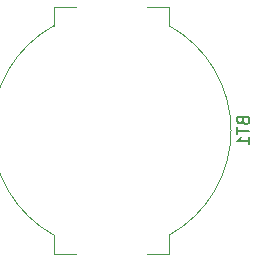
<source format=gbr>
G04 #@! TF.GenerationSoftware,KiCad,Pcbnew,(5.0.1-3-g963ef8bb5)*
G04 #@! TF.CreationDate,2019-06-08T22:51:48-04:00*
G04 #@! TF.ProjectId,EFCv2,45464376322E6B696361645F70636200,rev?*
G04 #@! TF.SameCoordinates,Original*
G04 #@! TF.FileFunction,Legend,Bot*
G04 #@! TF.FilePolarity,Positive*
%FSLAX46Y46*%
G04 Gerber Fmt 4.6, Leading zero omitted, Abs format (unit mm)*
G04 Created by KiCad (PCBNEW (5.0.1-3-g963ef8bb5)) date Saturday, June 08, 2019 at 10:51:48 pm*
%MOMM*%
%LPD*%
G01*
G04 APERTURE LIST*
%ADD10C,0.120000*%
%ADD11C,0.150000*%
G04 APERTURE END LIST*
D10*
G04 #@! TO.C,BT1*
X73465000Y-101148000D02*
X73465000Y-99540910D01*
X71580000Y-101148000D02*
X73465000Y-101148000D01*
X71580000Y-80208000D02*
X73465000Y-80208000D01*
X65580000Y-101148000D02*
X63695000Y-101148000D01*
X65580000Y-80208000D02*
X63695000Y-80208000D01*
X73465000Y-80208000D02*
X73465000Y-81815090D01*
X63695000Y-101148000D02*
X63695000Y-99540910D01*
X63695000Y-80208000D02*
X63695000Y-81815090D01*
X73465000Y-99540910D02*
G75*
G03X73465000Y-81815090I-4885000J8862910D01*
G01*
X63698832Y-81812979D02*
G75*
G03X63695000Y-99540910I4881168J-8865021D01*
G01*
D11*
X79708571Y-89892285D02*
X79756190Y-90035142D01*
X79803809Y-90082761D01*
X79899047Y-90130380D01*
X80041904Y-90130380D01*
X80137142Y-90082761D01*
X80184761Y-90035142D01*
X80232380Y-89939904D01*
X80232380Y-89558952D01*
X79232380Y-89558952D01*
X79232380Y-89892285D01*
X79280000Y-89987523D01*
X79327619Y-90035142D01*
X79422857Y-90082761D01*
X79518095Y-90082761D01*
X79613333Y-90035142D01*
X79660952Y-89987523D01*
X79708571Y-89892285D01*
X79708571Y-89558952D01*
X79232380Y-90416095D02*
X79232380Y-90987523D01*
X80232380Y-90701809D02*
X79232380Y-90701809D01*
X80232380Y-91844666D02*
X80232380Y-91273238D01*
X80232380Y-91558952D02*
X79232380Y-91558952D01*
X79375238Y-91463714D01*
X79470476Y-91368476D01*
X79518095Y-91273238D01*
G04 #@! TD*
M02*

</source>
